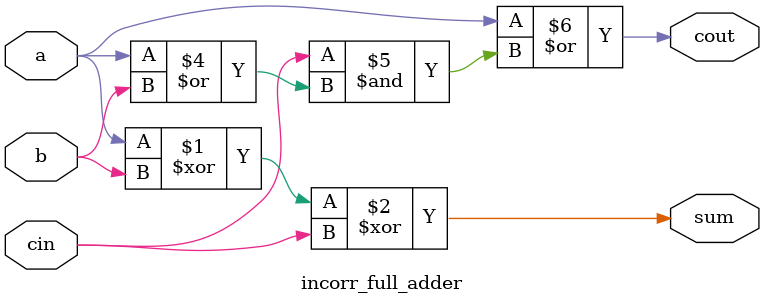
<source format=v>
module incorr_full_adder(a,b,cin,sum,cout);
input a,b,cin;
output sum,cout;
assign sum = a^b^cin;
assign cout = a&1'b1|cin&(a|b); 
// initial begin
//     $display("The incorrect adder with and0 having in2/1");
// end   
endmodule
</source>
